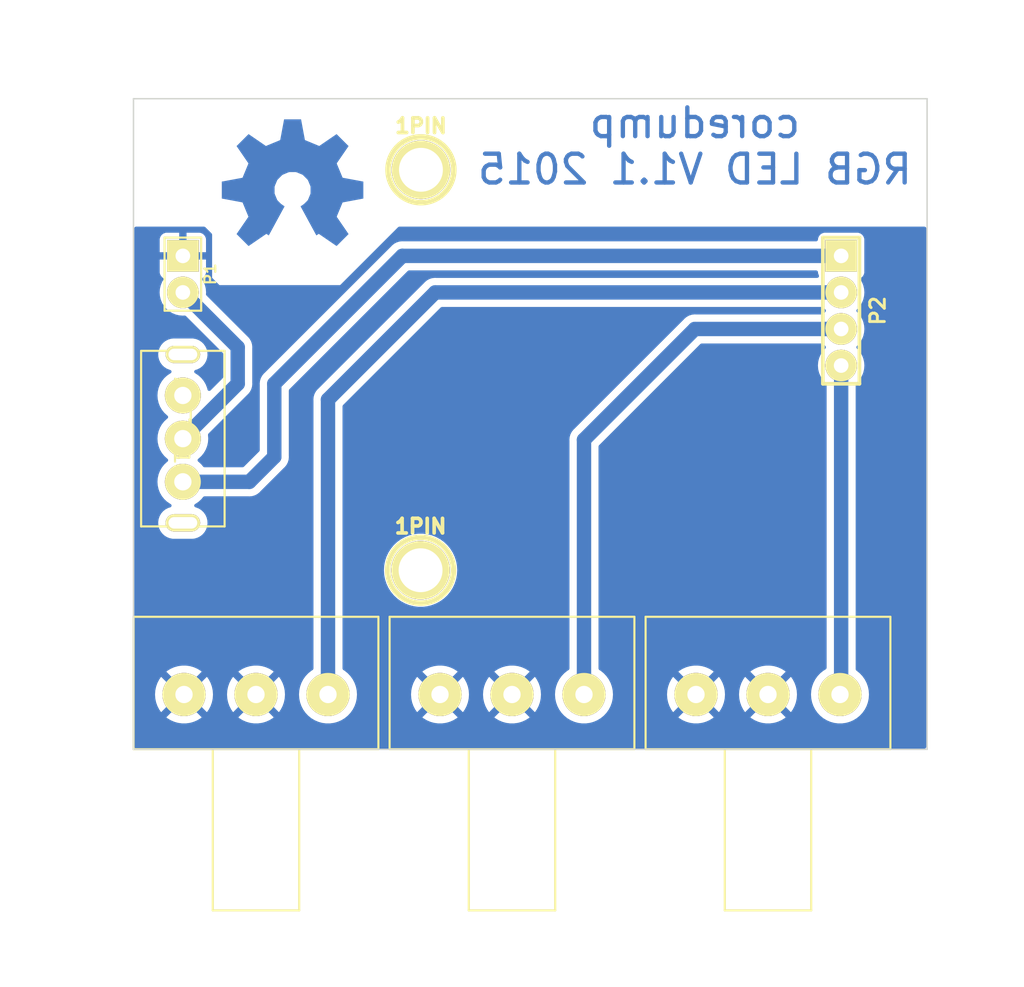
<source format=kicad_pcb>
(kicad_pcb (version 20221018) (generator pcbnew)
  (title_block (title "RGB LED") (rev "1.1") (company "Coredump"))
  (layers (0 "F.Cu" signal) (31 "B.Cu" signal) (34 "B.Paste" user) (35 "F.Paste" user) (36 "B.SilkS" user) (37 "F.SilkS" user) (38 "B.Mask" user) (39 "F.Mask" user) (44 "Edge.Cuts" user))
  (net 0 "")
  (net 1 "GND")
  (net 2 "N-000001")
  (net 3 "N-000002")
  (net 4 "N-000003")
  (net 5 "N-000004")
  (net 6 "VDD")
  (footprint "POT_3_THICK" (layer "F.Cu") (at 154.94 116.84)
    (fp_text reference "RV2" (at 0 0) (layer "F.SilkS"))
    (fp_text value "POT" (at 0 0) (layer "F.SilkS"))
    (fp_line (start -8.5 -5.4) (end -8.5 3.8) (stroke (width 0.15)) (layer "F.SilkS"))
    (fp_line (start -8.5 -5.4) (end 8.5 -5.4) (stroke (width 0.15)) (layer "F.SilkS"))
    (fp_line (start -8.5 3.8) (end 8.5 3.8) (stroke (width 0.15)) (layer "F.SilkS"))
    (fp_line (start -3 3.8) (end -3 15) (stroke (width 0.15)) (layer "F.SilkS"))
    (fp_line (start -3 15) (end 3 15) (stroke (width 0.15)) (layer "F.SilkS"))
    (fp_line (start 3 15) (end 3 3.8) (stroke (width 0.15)) (layer "F.SilkS"))
    (fp_line (start 8.5 -5.4) (end 8.5 3.8) (stroke (width 0.15)) (layer "F.SilkS"))
    (pad "1" thru_hole circle (at -5 0) (size 3 3) (drill 1.2) (layers "*.Cu" "*.Mask" "F.SilkS") (net 1 "GND"))
    (pad "2" thru_hole circle (at 0 0) (size 3 3) (drill 1.2) (layers "*.Cu" "*.Mask" "F.SilkS") (net 1 "GND"))
    (pad "3" thru_hole circle (at 5 0) (size 3 3) (drill 1.2) (layers "*.Cu" "*.Mask" "F.SilkS") (net 3 "N-000002"))
  )
  (footprint "POT_3_THICK" (layer "F.Cu") (at 172.72 116.84)
    (fp_text reference "RV3" (at 0 0) (layer "F.SilkS"))
    (fp_text value "POT" (at 0 0) (layer "F.SilkS"))
    (fp_line (start -8.5 -5.4) (end -8.5 3.8) (stroke (width 0.15)) (layer "F.SilkS"))
    (fp_line (start -8.5 -5.4) (end 8.5 -5.4) (stroke (width 0.15)) (layer "F.SilkS"))
    (fp_line (start -8.5 3.8) (end 8.5 3.8) (stroke (width 0.15)) (layer "F.SilkS"))
    (fp_line (start -3 3.8) (end -3 15) (stroke (width 0.15)) (layer "F.SilkS"))
    (fp_line (start -3 15) (end 3 15) (stroke (width 0.15)) (layer "F.SilkS"))
    (fp_line (start 3 15) (end 3 3.8) (stroke (width 0.15)) (layer "F.SilkS"))
    (fp_line (start 8.5 -5.4) (end 8.5 3.8) (stroke (width 0.15)) (layer "F.SilkS"))
    (pad "1" thru_hole circle (at -5 0) (size 3 3) (drill 1.2) (layers "*.Cu" "*.Mask" "F.SilkS") (net 1 "GND"))
    (pad "2" thru_hole circle (at 0 0) (size 3 3) (drill 1.2) (layers "*.Cu" "*.Mask" "F.SilkS") (net 1 "GND"))
    (pad "3" thru_hole circle (at 5 0) (size 3 3) (drill 1.2) (layers "*.Cu" "*.Mask" "F.SilkS") (net 2 "N-000001"))
  )
  (footprint "POT_3_THICK" (layer "F.Cu") (at 137.16 116.84)
    (fp_text reference "RV1" (at 0 0) (layer "F.SilkS"))
    (fp_text value "POT" (at 0 0) (layer "F.SilkS"))
    (fp_line (start -8.5 -5.4) (end -8.5 3.8) (stroke (width 0.15)) (layer "F.SilkS"))
    (fp_line (start -8.5 -5.4) (end 8.5 -5.4) (stroke (width 0.15)) (layer "F.SilkS"))
    (fp_line (start -8.5 3.8) (end 8.5 3.8) (stroke (width 0.15)) (layer "F.SilkS"))
    (fp_line (start -3 3.8) (end -3 15) (stroke (width 0.15)) (layer "F.SilkS"))
    (fp_line (start -3 15) (end 3 15) (stroke (width 0.15)) (layer "F.SilkS"))
    (fp_line (start 3 15) (end 3 3.8) (stroke (width 0.15)) (layer "F.SilkS"))
    (fp_line (start 8.5 -5.4) (end 8.5 3.8) (stroke (width 0.15)) (layer "F.SilkS"))
    (pad "1" thru_hole circle (at -5 0) (size 3 3) (drill 1.2) (layers "*.Cu" "*.Mask" "F.SilkS") (net 1 "GND"))
    (pad "2" thru_hole circle (at 0 0) (size 3 3) (drill 1.2) (layers "*.Cu" "*.Mask" "F.SilkS") (net 1 "GND"))
    (pad "3" thru_hole circle (at 5 0) (size 3 3) (drill 1.2) (layers "*.Cu" "*.Mask" "F.SilkS") (net 4 "N-000003"))
  )
  (footprint "PIN_ARRAY_4x1_THICK" (layer "F.Cu") (at 177.8 90.17 -90)
    (fp_text reference "P2" (at 0 -2.54 270) (layer "F.SilkS") (effects (font (size 1.016 1.016) (thickness 0.2032))))
    (fp_text value "CONN_4" hide)
    (fp_line (start -5.08 -1.27) (end -5.08 1.27) (stroke (width 0.254)) (layer "F.SilkS"))
    (fp_line (start 5.08 -1.27) (end -5.08 -1.27) (stroke (width 0.254)) (layer "F.SilkS"))
    (fp_line (start 5.08 1.27) (end -5.08 1.27) (stroke (width 0.254)) (layer "F.SilkS"))
    (fp_line (start 5.08 1.27) (end 5.08 -1.27) (stroke (width 0.254)) (layer "F.SilkS"))
    (pad "1" thru_hole rect (at -3.81 0 270) (size 2.2 2.2) (drill 1.016) (layers "*.Cu" "*.Mask" "F.SilkS") (net 5 "N-000004"))
    (pad "2" thru_hole circle (at -1.27 0 270) (size 2.2 2.2) (drill 1.016) (layers "*.Cu" "*.Mask" "F.SilkS") (net 4 "N-000003"))
    (pad "3" thru_hole circle (at 1.27 0 270) (size 2.2 2.2) (drill 1.016) (layers "*.Cu" "*.Mask" "F.SilkS") (net 3 "N-000002"))
    (pad "4" thru_hole circle (at 3.81 0 270) (size 2.2 2.2) (drill 1.016) (layers "*.Cu" "*.Mask" "F.SilkS") (net 2 "N-000001"))
  )
  (footprint "PIN_ARRAY_2X1_THICK" (layer "F.Cu") (at 132.08 87.63 -90)
    (fp_text reference "P1" (at 0 -1.905 270) (layer "F.SilkS") (effects (font (size 0.762 0.762) (thickness 0.1524))))
    (fp_text value "CONN_2" hide)
    (fp_line (start -2.54 -1.27) (end 2.54 -1.27) (stroke (width 0.1524)) (layer "F.SilkS"))
    (fp_line (start -2.54 1.27) (end -2.54 -1.27) (stroke (width 0.1524)) (layer "F.SilkS"))
    (fp_line (start 2.54 -1.27) (end 2.54 1.27) (stroke (width 0.1524)) (layer "F.SilkS"))
    (fp_line (start 2.54 1.27) (end -2.54 1.27) (stroke (width 0.1524)) (layer "F.SilkS"))
    (pad "1" thru_hole rect (at -1.27 0 270) (size 2.2 2.2) (drill 1.016) (layers "*.Cu" "*.Mask" "F.SilkS") (net 1 "GND"))
    (pad "2" thru_hole circle (at 1.27 0 270) (size 2.2 2.2) (drill 1.016) (layers "*.Cu" "*.Mask" "F.SilkS") (net 6 "VDD"))
  )
  (footprint "1pin" (layer "F.Cu") (at 148.6154 80.3783)
    (fp_text reference "1PIN" (at 0 -3.048) (layer "F.SilkS") (effects (font (size 1.016 1.016) (thickness 0.254))))
    (fp_text value "P***" hide)
    (fp_circle (center 0 0) (end 0 -2.286) (stroke (width 0.381)) (fill none) (layer "F.SilkS"))
    (pad "1" thru_hole circle (at 0 0) (size 4.064 4.064) (drill 3.048) (layers "*.Cu" "*.Mask" "F.SilkS"))
  )
  (footprint "1pin" (layer "F.Cu") (at 148.59 108.204)
    (fp_text reference "1PIN" (at 0 -3.048) (layer "F.SilkS") (effects (font (size 1.016 1.016) (thickness 0.254))))
    (fp_text value "P***" hide)
    (fp_circle (center 0 0) (end 0 -2.286) (stroke (width 0.381)) (fill none) (layer "F.SilkS"))
    (pad "1" thru_hole circle (at 0 0) (size 4.064 4.064) (drill 3.048) (layers "*.Cu" "*.Mask" "F.SilkS"))
  )
  (footprint "Switch_SS-12F46" (layer "F.Cu") (at 132.08 99.06 90)
    (fp_text reference "SW1" (at 0 0 90) (layer "F.SilkS"))
    (fp_text value "SWITCH_INV" (at 0 0 90) (layer "F.SilkS"))
    (fp_line (start -6.1 -2.9) (end 6.1 -2.9) (stroke (width 0.15)) (layer "F.SilkS"))
    (fp_line (start -6.1 2.9) (end -6.1 -2.9) (stroke (width 0.15)) (layer "F.SilkS"))
    (fp_line (start 6.1 -2.9) (end 6.1 2.9) (stroke (width 0.15)) (layer "F.SilkS"))
    (fp_line (start 6.1 2.9) (end -6.1 2.9) (stroke (width 0.15)) (layer "F.SilkS"))
    (pad "" np_thru_hole oval (at -5.85 0 90) (size 1.2 2.4) (drill oval 0.8 2) (layers "*.Cu" "*.Mask" "F.SilkS"))
    (pad "" np_thru_hole oval (at 5.85 0 90) (size 1.2 2.4) (drill oval 0.8 2) (layers "*.Cu" "*.Mask" "F.SilkS"))
    (pad "1" thru_hole circle (at -3 0 90) (size 2.5 2.5) (drill 1.2) (layers "*.Cu" "*.Mask" "F.SilkS") (net 5 "N-000004"))
    (pad "2" thru_hole circle (at 0 0 90) (size 2.5 2.5) (drill 1.2) (layers "*.Cu" "*.Mask" "F.SilkS") (net 6 "VDD"))
    (pad "3" thru_hole circle (at 3 0 90) (size 2.5 2.5) (drill 1.2) (layers "*.Cu" "*.Mask" "F.SilkS"))
  )
  (footprint "OSHW_COPPER_10MM" (layer "B.Cu") (at 139.7 81.788 180)
    (fp_text reference "" hide)
    (fp_text value "" hide)
    (pad "" smd trapezoid (at -4.1656 0 270) (size 1.45796 1.4986) (rect_delta 0 0.2794) (layers "B.Cu" "B.Paste" "B.Mask"))
    (pad "" smd trapezoid (at -2.94386 -2.94386 225) (size 1.45796 1.4986) (rect_delta 0 0.2794) (layers "B.Cu" "B.Paste" "B.Mask"))
    (pad "" smd trapezoid (at -2.94386 2.94386 315) (size 1.45796 1.4986) (rect_delta 0 0.2794) (layers "B.Cu" "B.Paste" "B.Mask"))
    (pad "" smd trapezoid (at -2.39522 0 270) (size 1.08204 2.29108) (rect_delta 0 -0.41402) (layers "B.Cu" "B.Paste" "B.Mask"))
    (pad "" smd trapezoid (at -2.21234 -0.9144 247.5) (size 1.08204 2.29108) (rect_delta 0 -0.41402) (layers "B.Cu" "B.Paste" "B.Mask"))
    (pad "" smd trapezoid (at -2.21234 0.9144 292.5) (size 1.08204 2.29108) (rect_delta 0 -0.41402) (layers "B.Cu" "B.Paste" "B.Mask"))
    (pad "" smd trapezoid (at -1.69164 -1.69164 225) (size 1.08204 2.29108) (rect_delta 0 -0.41402) (layers "B.Cu" "B.Paste" "B.Mask"))
    (pad "" smd trapezoid (at -1.69164 1.69164 315) (size 1.08204 2.29108) (rect_delta 0 -0.41402) (layers "B.Cu" "B.Paste" "B.Mask"))
    (pad "" smd trapezoid (at -1.32842 -1.99136 213.7) (size 0.54102 2.29108) (rect_delta 0 -0.20828) (layers "B.Cu" "B.Paste" "B.Mask"))
    (pad "" smd trapezoid (at -0.9144 2.21234 337.5) (size 1.08204 2.29108) (rect_delta 0 -0.41402) (layers "B.Cu" "B.Paste" "B.Mask"))
    (pad "" smd trapezoid (at 0 2.39522) (size 1.08204 2.29108) (rect_delta 0 -0.41402) (layers "B.Cu" "B.Paste" "B.Mask"))
    (pad "" smd trapezoid (at 0 4.1656) (size 1.45796 1.4986) (rect_delta 0 0.2794) (layers "B.Cu" "B.Paste" "B.Mask"))
    (pad "" smd trapezoid (at 0.9144 2.21234 22.5) (size 1.08204 2.29108) (rect_delta 0 -0.41402) (layers "B.Cu" "B.Paste" "B.Mask"))
    (pad "" smd trapezoid (at 1.32842 -1.99136 146.3) (size 0.54102 2.29108) (rect_delta 0 -0.20828) (layers "B.Cu" "B.Paste" "B.Mask"))
    (pad "" smd trapezoid (at 1.69164 -1.69164 135) (size 1.08204 2.29108) (rect_delta 0 -0.41402) (layers "B.Cu" "B.Paste" "B.Mask"))
    (pad "" smd trapezoid (at 1.69164 1.69164 45) (size 1.08204 2.29108) (rect_delta 0 -0.41402) (layers "B.Cu" "B.Paste" "B.Mask"))
    (pad "" smd trapezoid (at 2.21234 -0.9144 112.5) (size 1.08204 2.29108) (rect_delta 0 -0.41402) (layers "B.Cu" "B.Paste" "B.Mask"))
    (pad "" smd trapezoid (at 2.21234 0.9144 67.5) (size 1.08204 2.29108) (rect_delta 0 -0.41402) (layers "B.Cu" "B.Paste" "B.Mask"))
    (pad "" smd trapezoid (at 2.39522 0 90) (size 1.08204 2.29108) (rect_delta 0 -0.41402) (layers "B.Cu" "B.Paste" "B.Mask"))
    (pad "" smd trapezoid (at 2.94386 -2.94386 135) (size 1.45796 1.4986) (rect_delta 0 0.2794) (layers "B.Cu" "B.Paste" "B.Mask"))
    (pad "" smd trapezoid (at 2.94386 2.94386 45) (size 1.45796 1.4986) (rect_delta 0 0.2794) (layers "B.Cu" "B.Paste" "B.Mask"))
    (pad "" smd trapezoid (at 4.1656 0 90) (size 1.45796 1.4986) (rect_delta 0 0.2794) (layers "B.Cu" "B.Paste" "B.Mask"))
  )
  (gr_line (start 128.651 120.65) (end 183.769 120.65) (stroke (width 0.1)) (layer "Edge.Cuts"))
  (gr_line (start 183.769 75.438) (end 128.651 75.438) (stroke (width 0.1)) (layer "Edge.Cuts"))
  (gr_line (start 128.651 75.438) (end 128.651 120.65) (stroke (width 0.1)) (layer "Edge.Cuts"))
  (gr_line (start 183.769 120.65) (end 183.769 75.438) (stroke (width 0.1)) (layer "Edge.Cuts"))
  (gr_text "coredump\nRGB LED V1.1 2015" (at 167.64 78.74) (layer "B.Cu") (effects (font (size 2 2) (thickness 0.3)) (justify mirror)))
  (segment (start 177.8 116.76) (end 177.72 116.84) (width 1) (layer "B.Cu") (net 2))
  (segment (start 177.8 93.98) (end 177.8 116.76) (width 1) (layer "B.Cu") (net 2))
  (segment (start 159.94 99.14) (end 167.64 91.44) (width 1) (layer "B.Cu") (net 3))
  (segment (start 167.64 91.44) (end 177.8 91.44) (width 1) (layer "B.Cu") (net 3))
  (segment (start 159.94 116.84) (end 159.94 99.14) (width 1) (layer "B.Cu") (net 3))
  (segment (start 142.16 96.346) (end 149.606 88.9) (width 1) (layer "B.Cu") (net 4))
  (segment (start 149.606 88.9) (end 177.8 88.9) (width 1) (layer "B.Cu") (net 4))
  (segment (start 142.16 116.84) (end 142.16 96.346) (width 1) (layer "B.Cu") (net 4))
  (segment (start 147.32 86.36) (end 138.43 95.25) (width 1) (layer "B.Cu") (net 5))
  (segment (start 138.43 95.25) (end 138.43 100.33) (width 1) (layer "B.Cu") (net 5))
  (segment (start 138.43 100.33) (end 136.7 102.06) (width 1) (layer "B.Cu") (net 5))
  (segment (start 136.7 102.06) (end 132.08 102.06) (width 1) (layer "B.Cu") (net 5))
  (segment (start 177.8 86.36) (end 147.32 86.36) (width 1) (layer "B.Cu") (net 5))
  (segment (start 135.89 92.71) (end 135.89 95.25) (width 1) (layer "B.Cu") (net 6))
  (segment (start 135.89 95.25) (end 132.08 99.06) (width 1) (layer "B.Cu") (net 6))
  (segment (start 132.08 88.9) (end 135.89 92.71) (width 1) (layer "B.Cu") (net 6))
  (zone (net 1) (net_name "GND") (layer "B.Cu") (connect_pads (clearance 0.508)) (min_thickness 0.254) (fill yes (thermal_gap 0.508) (thermal_bridge_width 0.508) (smoothing chamfer))
    (polygon (pts (xy 190.5 137.16) (xy 119.38 137.16) (xy 119.38 68.58) (xy 190.5 68.58)))
    (polygon (pts (xy 184.15 84.328) (xy 184.15 75.184) (xy 128.27 75.184) (xy 128.27 84.328) (xy 133.604 84.328) (xy 134.112 84.836) (xy 134.112 87.884) (xy 134.62 88.392) (xy 143.002 88.392) (xy 147.066 84.328)))
  )
)
</source>
